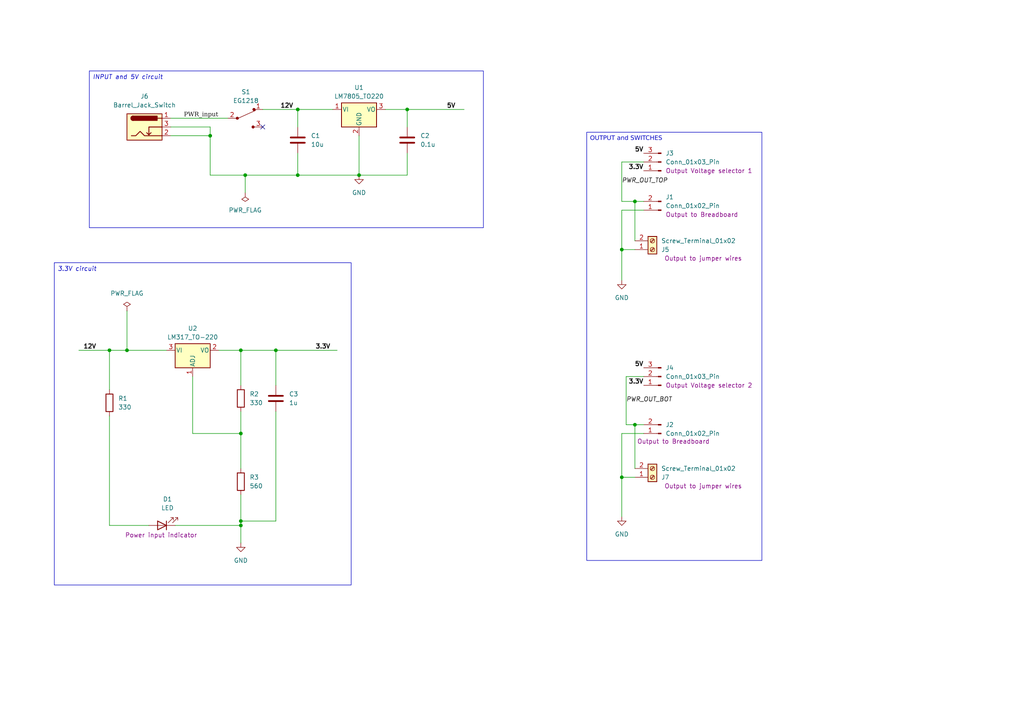
<source format=kicad_sch>
(kicad_sch (version 20231120) (generator "eeschema") (generator_version "8.0")
  (paper "A4")
  (title_block (title "KICAD PROJECT NO.2") (date "2024-06-28") (rev "1") (company "DINESH TRADERS"))
  (lib_symbols
    (symbol "Connector:Barrel_Jack_Switch" (pin_names hide)
      (property "Reference" "J" (at 0 5.334 0))
      (property "Value" "Barrel_Jack_Switch" (at 0 -5.08 0))
      (symbol "Barrel_Jack_Switch_0_1"
        (rectangle (start -5.08 3.81) (end 5.08 -3.81) (stroke (width 0.254)) (fill (type background)))
        (arc (start -3.302 3.175) (mid -3.9343 2.54) (end -3.302 1.905) (stroke (width 0.254)))
        (arc (start -3.302 3.175) (mid -3.9343 2.54) (end -3.302 1.905) (stroke (width 0.254)) (fill (type outline)))
        (polyline (pts (xy 1.27 -2.286) (xy 1.905 -1.651)) (stroke (width 0.254)))
        (polyline (pts (xy 5.08 2.54) (xy 3.81 2.54)) (stroke (width 0.254)))
        (polyline (pts (xy 5.08 0) (xy 1.27 0) (xy 1.27 -2.286) (xy 0.635 -1.651)) (stroke (width 0.254)))
        (polyline (pts (xy -3.81 -2.54) (xy -2.54 -2.54) (xy -1.27 -1.27) (xy 0 -2.54) (xy 2.54 -2.54) (xy 5.08 -2.54)) (stroke (width 0.254)))
        (rectangle (start 3.683 3.175) (end -3.302 1.905) (stroke (width 0.254)) (fill (type outline)))
      )
      (symbol "Barrel_Jack_Switch_1_1"
        (pin passive line (at 7.62 2.54 180) (length 2.54) (name "~") (number "1"))
        (pin passive line (at 7.62 -2.54 180) (length 2.54) (name "~") (number "2"))
        (pin passive line (at 7.62 0 180) (length 2.54) (name "~") (number "3"))
      )
    )
    (symbol "Connector:Conn_01x02_Pin" (pin_names (offset 1.016) hide)
      (property "Reference" "J" (at 0 2.54 0))
      (property "Value" "Conn_01x02_Pin" (at 0 -5.08 0))
      (symbol "Conn_01x02_Pin_1_1"
        (polyline (pts (xy 1.27 -2.54) (xy 0.8636 -2.54)) (stroke (width 0.1524)))
        (polyline (pts (xy 1.27 0) (xy 0.8636 0)) (stroke (width 0.1524)))
        (rectangle (start 0.8636 -2.413) (end 0 -2.667) (stroke (width 0.1524)) (fill (type outline)))
        (rectangle (start 0.8636 0.127) (end 0 -0.127) (stroke (width 0.1524)) (fill (type outline)))
        (pin passive line (at 5.08 0 180) (length 3.81) (name "Pin_1") (number "1"))
        (pin passive line (at 5.08 -2.54 180) (length 3.81) (name "Pin_2") (number "2"))
      )
    )
    (symbol "Connector:Conn_01x03_Pin" (pin_names (offset 1.016) hide)
      (property "Reference" "J" (at 0 5.08 0))
      (property "Value" "Conn_01x03_Pin" (at 0 -5.08 0))
      (symbol "Conn_01x03_Pin_1_1"
        (polyline (pts (xy 1.27 -2.54) (xy 0.8636 -2.54)) (stroke (width 0.1524)))
        (polyline (pts (xy 1.27 0) (xy 0.8636 0)) (stroke (width 0.1524)))
        (polyline (pts (xy 1.27 2.54) (xy 0.8636 2.54)) (stroke (width 0.1524)))
        (rectangle (start 0.8636 -2.413) (end 0 -2.667) (stroke (width 0.1524)) (fill (type outline)))
        (rectangle (start 0.8636 0.127) (end 0 -0.127) (stroke (width 0.1524)) (fill (type outline)))
        (rectangle (start 0.8636 2.667) (end 0 2.413) (stroke (width 0.1524)) (fill (type outline)))
        (pin passive line (at 5.08 2.54 180) (length 3.81) (name "Pin_1") (number "1"))
        (pin passive line (at 5.08 0 180) (length 3.81) (name "Pin_2") (number "2"))
        (pin passive line (at 5.08 -2.54 180) (length 3.81) (name "Pin_3") (number "3"))
      )
    )
    (symbol "Connector:Screw_Terminal_01x02" (pin_names (offset 1.016) hide)
      (property "Reference" "J" (at 0 2.54 0))
      (property "Value" "Screw_Terminal_01x02" (at 0 -5.08 0))
      (symbol "Screw_Terminal_01x02_1_1"
        (rectangle (start -1.27 1.27) (end 1.27 -3.81) (stroke (width 0.254)) (fill (type background)))
        (circle (center 0 -2.54) (radius 0.635) (stroke (width 0.1524)))
        (polyline (pts (xy -0.5334 -2.2098) (xy 0.3302 -3.048)) (stroke (width 0.1524)))
        (polyline (pts (xy -0.5334 0.3302) (xy 0.3302 -0.508)) (stroke (width 0.1524)))
        (polyline (pts (xy -0.3556 -2.032) (xy 0.508 -2.8702)) (stroke (width 0.1524)))
        (polyline (pts (xy -0.3556 0.508) (xy 0.508 -0.3302)) (stroke (width 0.1524)))
        (circle (center 0 0) (radius 0.635) (stroke (width 0.1524)))
        (pin passive line (at -5.08 0 0) (length 3.81) (name "Pin_1") (number "1"))
        (pin passive line (at -5.08 -2.54 0) (length 3.81) (name "Pin_2") (number "2"))
      )
    )
    (symbol "Device:C" (pin_numbers hide) (pin_names (offset 0.254))
      (property "Reference" "C" (at 0.635 2.54 0))
      (property "Value" "C" (at 0.635 -2.54 0))
      (symbol "C_0_1"
        (polyline (pts (xy -2.032 -0.762) (xy 2.032 -0.762)) (stroke (width 0.508)))
        (polyline (pts (xy -2.032 0.762) (xy 2.032 0.762)) (stroke (width 0.508)))
      )
      (symbol "C_1_1"
        (pin passive line (at 0 3.81 270) (length 2.794) (name "~") (number "1"))
        (pin passive line (at 0 -3.81 90) (length 2.794) (name "~") (number "2"))
      )
    )
    (symbol "Device:LED" (pin_numbers hide) (pin_names (offset 1.016) hide)
      (property "Reference" "D" (at 0 2.54 0))
      (property "Value" "LED" (at 0 -2.54 0))
      (symbol "LED_0_1"
        (polyline (pts (xy -1.27 -1.27) (xy -1.27 1.27)) (stroke (width 0.254)))
        (polyline (pts (xy -1.27 0) (xy 1.27 0)))
        (polyline (pts (xy 1.27 -1.27) (xy 1.27 1.27) (xy -1.27 0) (xy 1.27 -1.27)) (stroke (width 0.254)))
        (polyline (pts (xy -3.048 -0.762) (xy -4.572 -2.286) (xy -3.81 -2.286) (xy -4.572 -2.286) (xy -4.572 -1.524)))
        (polyline (pts (xy -1.778 -0.762) (xy -3.302 -2.286) (xy -2.54 -2.286) (xy -3.302 -2.286) (xy -3.302 -1.524)))
      )
      (symbol "LED_1_1"
        (pin passive line (at -3.81 0 0) (length 2.54) (name "K") (number "1"))
        (pin passive line (at 3.81 0 180) (length 2.54) (name "A") (number "2"))
      )
    )
    (symbol "Device:R" (pin_numbers hide) (pin_names (offset 0))
      (property "Reference" "R" (at 2.032 0 90))
      (property "Value" "R" (at 0 0 90))
      (symbol "R_0_1"
        (rectangle (start -1.016 -2.54) (end 1.016 2.54) (stroke (width 0.254)))
      )
      (symbol "R_1_1"
        (pin passive line (at 0 3.81 270) (length 1.27) (name "~") (number "1"))
        (pin passive line (at 0 -3.81 90) (length 1.27) (name "~") (number "2"))
      )
    )
    (symbol "Regulator_Linear:LM317_TO-220" (pin_names (offset 0.254))
      (property "Reference" "U" (at -3.81 3.175 0))
      (property "Value" "LM317_TO-220" (at 0 3.175 0))
      (symbol "LM317_TO-220_0_1"
        (rectangle (start -5.08 1.905) (end 5.08 -5.08) (stroke (width 0.254)) (fill (type background)))
      )
      (symbol "LM317_TO-220_1_1"
        (pin input line (at 0 -7.62 90) (length 2.54) (name "ADJ") (number "1"))
        (pin power_out line (at 7.62 0 180) (length 2.54) (name "VO") (number "2"))
        (pin power_in line (at -7.62 0 0) (length 2.54) (name "VI") (number "3"))
      )
    )
    (symbol "Regulator_Linear:LM7805_TO220" (pin_names (offset 0.254))
      (property "Reference" "U" (at -3.81 3.175 0))
      (property "Value" "LM7805_TO220" (at 0 3.175 0))
      (symbol "LM7805_TO220_0_1"
        (rectangle (start -5.08 1.905) (end 5.08 -5.08) (stroke (width 0.254)) (fill (type background)))
      )
      (symbol "LM7805_TO220_1_1"
        (pin power_in line (at -7.62 0 0) (length 2.54) (name "VI") (number "1"))
        (pin power_in line (at 0 -7.62 90) (length 2.54) (name "GND") (number "2"))
        (pin power_out line (at 7.62 0 180) (length 2.54) (name "VO") (number "3"))
      )
    )
    (symbol "dk_Slide-Switches:EG1218" (pin_names (offset 0))
      (property "Reference" "S" (at -3.81 2.286 0))
      (property "Value" "EG1218" (at 0 -5.334 0))
      (symbol "EG1218_0_1"
        (circle (center -2.286 0) (radius 0.3556) (fill (type outline)))
        (polyline (pts (xy -2.032 0) (xy 3.048 2.286)))
        (circle (center 2.286 -2.54) (radius 0.3556) (fill (type outline)))
        (circle (center 2.54 2.54) (radius 0.3556) (fill (type outline)))
      )
      (symbol "EG1218_1_1"
        (pin passive line (at 5.08 2.54 180) (length 2.54) (name "~") (number "1"))
        (pin passive line (at -5.08 0 0) (length 2.54) (name "~") (number "2"))
        (pin passive line (at 5.08 -2.54 180) (length 2.54) (name "~") (number "3"))
      )
    )
    (symbol "power:GND" (power) (pin_numbers hide) (pin_names (offset 0) hide)
      (property "Value" "GND" (at 0 -3.81 0))
      (symbol "GND_0_1"
        (polyline (pts (xy 0 0) (xy 0 -1.27) (xy 1.27 -1.27) (xy 0 -2.54) (xy -1.27 -1.27) (xy 0 -1.27)))
      )
      (symbol "GND_1_1"
        (pin power_in line (at 0 0 270) (length 0) (name "~") (number "1"))
      )
    )
    (symbol "power:PWR_FLAG" (power) (pin_numbers hide) (pin_names (offset 0) hide)
      (property "Value" "PWR_FLAG" (at 0 3.81 0))
      (symbol "PWR_FLAG_0_0"
        (pin power_out line (at 0 0 90) (length 0) (name "~") (number "1"))
      )
      (symbol "PWR_FLAG_0_1"
        (polyline (pts (xy 0 0) (xy 0 1.27) (xy -1.016 1.905) (xy 0 2.54) (xy 1.016 1.905) (xy 0 1.27)))
      )
    )
  )
  (junction (at 180.34 138.43))
  (junction (at 69.85 125.73))
  (junction (at 69.85 151.13))
  (junction (at 60.96 39.37))
  (junction (at 31.75 101.6))
  (junction (at 180.34 72.39))
  (junction (at 80.01 101.6))
  (junction (at 86.36 31.75))
  (junction (at 118.11 31.75))
  (junction (at 71.12 50.8))
  (junction (at 104.14 50.8))
  (junction (at 69.85 152.4))
  (junction (at 86.36 50.8))
  (junction (at 36.83 101.6))
  (junction (at 184.15 123.19))
  (junction (at 184.15 58.42))
  (junction (at 69.85 101.6))
  (no_connect (at 76.2 36.83))
  (wire (pts (xy 118.11 31.75) (xy 134.62 31.75)))
  (wire (pts (xy 86.36 31.75) (xy 86.36 36.83)))
  (wire (pts (xy 80.01 101.6) (xy 80.01 111.76)))
  (wire (pts (xy 180.34 125.73) (xy 180.34 138.43)))
  (wire (pts (xy 184.15 58.42) (xy 184.15 69.85)))
  (wire (pts (xy 50.8 152.4) (xy 69.85 152.4)))
  (wire (pts (xy 31.75 152.4) (xy 43.18 152.4)))
  (wire (pts (xy 118.11 44.45) (xy 118.11 50.8)))
  (wire (pts (xy 69.85 125.73) (xy 69.85 135.89)))
  (wire (pts (xy 55.88 109.22) (xy 55.88 125.73)))
  (wire (pts (xy 69.85 152.4) (xy 69.85 157.48)))
  (wire (pts (xy 86.36 31.75) (xy 96.52 31.75)))
  (wire (pts (xy 71.12 50.8) (xy 71.12 55.88)))
  (wire (pts (xy 180.34 149.86) (xy 180.34 138.43)))
  (wire (pts (xy 184.15 123.19) (xy 184.15 135.89)))
  (wire (pts (xy 180.34 138.43) (xy 184.15 138.43)))
  (wire (pts (xy 180.34 81.28) (xy 180.34 72.39)))
  (wire (pts (xy 36.83 90.17) (xy 36.83 101.6)))
  (wire (pts (xy 180.34 60.96) (xy 186.69 60.96)))
  (wire (pts (xy 80.01 151.13) (xy 69.85 151.13)))
  (wire (pts (xy 180.34 72.39) (xy 184.15 72.39)))
  (wire (pts (xy 71.12 50.8) (xy 86.36 50.8)))
  (wire (pts (xy 180.34 46.99) (xy 180.34 58.42)))
  (wire (pts (xy 186.69 109.22) (xy 181.61 109.22)))
  (wire (pts (xy 49.53 34.29) (xy 66.04 34.29)))
  (wire (pts (xy 186.69 58.42) (xy 184.15 58.42)))
  (wire (pts (xy 180.34 60.96) (xy 180.34 72.39)))
  (wire (pts (xy 104.14 39.37) (xy 104.14 50.8)))
  (wire (pts (xy 76.2 31.75) (xy 86.36 31.75)))
  (wire (pts (xy 186.69 46.99) (xy 180.34 46.99)))
  (wire (pts (xy 49.53 39.37) (xy 60.96 39.37)))
  (wire (pts (xy 49.53 36.83) (xy 60.96 36.83)))
  (wire (pts (xy 86.36 44.45) (xy 86.36 50.8)))
  (wire (pts (xy 80.01 119.38) (xy 80.01 151.13)))
  (wire (pts (xy 36.83 101.6) (xy 48.26 101.6)))
  (wire (pts (xy 118.11 50.8) (xy 104.14 50.8)))
  (wire (pts (xy 86.36 50.8) (xy 104.14 50.8)))
  (wire (pts (xy 60.96 39.37) (xy 60.96 50.8)))
  (wire (pts (xy 31.75 120.65) (xy 31.75 152.4)))
  (wire (pts (xy 60.96 36.83) (xy 60.96 39.37)))
  (wire (pts (xy 63.5 101.6) (xy 69.85 101.6)))
  (wire (pts (xy 69.85 151.13) (xy 69.85 143.51)))
  (wire (pts (xy 69.85 101.6) (xy 80.01 101.6)))
  (wire (pts (xy 181.61 123.19) (xy 184.15 123.19)))
  (wire (pts (xy 22.86 101.6) (xy 31.75 101.6)))
  (wire (pts (xy 80.01 101.6) (xy 97.79 101.6)))
  (wire (pts (xy 118.11 31.75) (xy 118.11 36.83)))
  (wire (pts (xy 55.88 125.73) (xy 69.85 125.73)))
  (wire (pts (xy 69.85 101.6) (xy 69.85 111.76)))
  (wire (pts (xy 69.85 152.4) (xy 69.85 151.13)))
  (wire (pts (xy 111.76 31.75) (xy 118.11 31.75)))
  (wire (pts (xy 31.75 101.6) (xy 31.75 113.03)))
  (wire (pts (xy 180.34 58.42) (xy 184.15 58.42)))
  (wire (pts (xy 69.85 119.38) (xy 69.85 125.73)))
  (wire (pts (xy 181.61 109.22) (xy 181.61 123.19)))
  (wire (pts (xy 186.69 125.73) (xy 180.34 125.73)))
  (wire (pts (xy 60.96 50.8) (xy 71.12 50.8)))
  (wire (pts (xy 186.69 123.19) (xy 184.15 123.19)))
  (wire (pts (xy 31.75 101.6) (xy 36.83 101.6)))
  (text_box "INPUT and 5V circuit" (at 25.908 20.574 0) (size 114.3 45.466) (effects (font (size 1.27 1.27) (italic yes)) (justify left top)))
  (text_box "3.3V circuit" (at 15.748 76.2 0) (size 86.106 93.472) (effects (font (size 1.27 1.27) (italic yes)) (justify left top)))
  (text_box "OUTPUT and SWITCHES" (at 170.18 38.354 0) (size 50.8 124.206) (effects (font (size 1.27 1.27) (italic yes)) (justify left top)))
  (label "5V" (at 186.69 44.45 180) (effects (font (thickness 0.254) (bold yes))))
  (label "12V" (at 81.28 31.75 0) (effects (font (bold yes))))
  (label "PWR_OUT_BOT" (at 181.61 116.84 0) (effects (font (italic yes))))
  (label "12V" (at 24.13 101.6 0) (effects (font (bold yes))))
  (label "PWR_OUT_TOP" (at 180.34 53.34 0) (effects (font (italic yes))))
  (label "3.3V" (at 91.44 101.6 0) (effects (font (bold yes))))
  (label "5V" (at 186.69 106.68 180) (effects (font (thickness 0.254) (bold yes))))
  (label "3.3V" (at 186.69 111.76 180) (effects (font (bold yes))))
  (label "PWR_input" (at 53.34 34.29 0) (effects (font (italic yes))))
  (label "3.3V" (at 186.69 49.53 180) (effects (font (bold yes))))
  (label "5V" (at 129.54 31.75 0) (effects (font (thickness 0.254) (bold yes))))
  (symbol (lib_id "power:GND") (at 180.34 149.86 0) (unit 1)
    (property "Reference" "#PWR04" (effects (hide yes)))
    (property "Value" "GND" (at 180.34 154.94 0))
    (property "Description" "Power symbol creates a global label with name \"GND\" , ground" (effects (hide yes)))
  )
  (symbol (lib_id "Connector:Screw_Terminal_01x02") (at 189.23 72.39 0) (mirror x) (unit 1)
    (property "Reference" "J5" (at 191.77 72.3901 0) (effects (justify left)))
    (property "Value" "Screw_Terminal_01x02" (at 191.77 69.8501 0) (effects (justify left)))
    (property "Footprint" "TerminalBlock:TerminalBlock_bornier-2_P5.08mm" (effects (hide yes)))
    (property "Description" "Generic screw terminal, single row, 01x02, script generated (kicad-library-utils/schlib/autogen/connector/)" (effects (hide yes)))
    (property "Purpose" "Output to jumper wires" (at 203.962 74.93 0))
  )
  (symbol (lib_id "power:GND") (at 69.85 157.48 0) (unit 1)
    (property "Reference" "#PWR02" (effects (hide yes)))
    (property "Value" "GND" (at 69.85 162.56 0))
    (property "Description" "Power symbol creates a global label with name \"GND\" , ground" (effects (hide yes)))
  )
  (symbol (lib_id "Connector:Conn_01x03_Pin") (at 191.77 109.22 180) (unit 1)
    (property "Reference" "J4" (at 193.04 106.6799 0) (effects (justify right)))
    (property "Value" "Conn_01x03_Pin" (at 193.04 109.2199 0) (effects (justify right)))
    (property "Footprint" "Connector_PinHeader_2.54mm:PinHeader_1x03_P2.54mm_Vertical" (effects (hide yes)))
    (property "Description" "Generic connector, single row, 01x03, script generated" (effects (hide yes)))
    (property "Purpose" "Output Voltage selector 2" (at 193.04 111.7599 0) (effects (justify right)))
  )
  (symbol (lib_id "Regulator_Linear:LM317_TO-220") (at 55.88 101.6 0) (unit 1)
    (property "Reference" "U2" (at 55.88 95.25 0))
    (property "Value" "LM317_TO-220" (at 55.88 97.79 0))
    (property "Footprint" "Package_TO_SOT_THT:TO-220-3_Vertical" (effects (hide yes)))
    (property "Datasheet" "http://www.ti.com/lit/ds/symlink/lm317.pdf" (effects (hide yes)))
    (property "Description" "1.5A 35V Adjustable Linear Regulator, TO-220" (effects (hide yes)))
  )
  (symbol (lib_id "Connector:Conn_01x03_Pin") (at 191.77 46.99 180) (unit 1)
    (property "Reference" "J3" (at 193.04 44.4499 0) (effects (justify right)))
    (property "Value" "Conn_01x03_Pin" (at 193.04 46.9899 0) (effects (justify right)))
    (property "Footprint" "Connector_PinHeader_2.54mm:PinHeader_1x03_P2.54mm_Vertical" (effects (hide yes)))
    (property "Description" "Generic connector, single row, 01x03, script generated" (effects (hide yes)))
    (property "Purpose" "Output Voltage selector 1" (at 193.04 49.5299 0) (effects (justify right)))
  )
  (symbol (lib_id "Device:R") (at 31.75 116.84 180) (unit 1)
    (property "Reference" "R1" (at 34.29 115.5699 0) (effects (justify right)))
    (property "Value" "330" (at 34.29 118.1099 0) (effects (justify right)))
    (property "Footprint" "Resistor_THT:R_Axial_DIN0204_L3.6mm_D1.6mm_P7.62mm_Horizontal" (effects (hide yes)))
    (property "Description" "Resistor" (effects (hide yes)))
  )
  (symbol (lib_id "Device:C") (at 118.11 40.64 0) (unit 1)
    (property "Reference" "C2" (at 121.92 39.3699 0) (effects (justify left)))
    (property "Value" "0.1u" (at 121.92 41.9099 0) (effects (justify left)))
    (property "Footprint" "Capacitor_THT:C_Disc_D3.0mm_W1.6mm_P2.50mm" (effects (hide yes)))
    (property "Description" "Unpolarized capacitor" (effects (hide yes)))
  )
  (symbol (lib_id "power:GND") (at 104.14 50.8 0) (unit 1)
    (property "Reference" "#PWR01" (effects (hide yes)))
    (property "Value" "GND" (at 104.14 55.88 0))
    (property "Description" "Power symbol creates a global label with name \"GND\" , ground" (effects (hide yes)))
  )
  (symbol (lib_id "Device:C") (at 86.36 40.64 0) (unit 1)
    (property "Reference" "C1" (at 90.17 39.3699 0) (effects (justify left)))
    (property "Value" "10u" (at 90.17 41.9099 0) (effects (justify left)))
    (property "Footprint" "Capacitor_THT:C_Disc_D3.0mm_W1.6mm_P2.50mm" (effects (hide yes)))
    (property "Description" "Unpolarized capacitor" (effects (hide yes)))
  )
  (symbol (lib_id "power:PWR_FLAG") (at 71.12 55.88 180) (unit 1)
    (property "Reference" "#FLG01" (effects (hide yes)))
    (property "Value" "PWR_FLAG" (at 71.12 60.96 0))
    (property "Description" "Special symbol for telling ERC where power comes from" (effects (hide yes)))
  )
  (symbol (lib_id "Regulator_Linear:LM7805_TO220") (at 104.14 31.75 0) (unit 1)
    (property "Reference" "U1" (at 104.14 25.4 0))
    (property "Value" "LM7805_TO220" (at 104.14 27.94 0))
    (property "Footprint" "Package_TO_SOT_THT:TO-220-3_Vertical" (effects (hide yes)))
    (property "Datasheet" "https://www.onsemi.cn/PowerSolutions/document/MC7800-D.PDF" (effects (hide yes)))
    (property "Description" "Positive 1A 35V Linear Regulator, Fixed Output 5V, TO-220" (effects (hide yes)))
  )
  (symbol (lib_id "Connector:Screw_Terminal_01x02") (at 189.23 138.43 0) (mirror x) (unit 1)
    (property "Reference" "J7" (at 191.77 138.4301 0) (effects (justify left)))
    (property "Value" "Screw_Terminal_01x02" (at 191.77 135.8901 0) (effects (justify left)))
    (property "Footprint" "TerminalBlock:TerminalBlock_bornier-2_P5.08mm" (effects (hide yes)))
    (property "Description" "Generic screw terminal, single row, 01x02, script generated (kicad-library-utils/schlib/autogen/connector/)" (effects (hide yes)))
    (property "Purpose" "Output to jumper wires" (at 203.962 140.97 0))
  )
  (symbol (lib_id "Connector:Barrel_Jack_Switch") (at 41.91 36.83 0) (unit 1)
    (property "Reference" "J6" (at 41.91 27.94 0))
    (property "Value" "Barrel_Jack_Switch" (at 41.91 30.48 0))
    (property "Footprint" "Connector_BarrelJack:BarrelJack_Horizontal" (effects (hide yes)))
    (property "Description" "DC Barrel Jack with an internal switch" (effects (hide yes)))
  )
  (symbol (lib_id "Device:R") (at 69.85 139.7 180) (unit 1)
    (property "Reference" "R3" (at 72.39 138.4299 0) (effects (justify right)))
    (property "Value" "560" (at 72.39 140.9699 0) (effects (justify right)))
    (property "Footprint" "Resistor_THT:R_Axial_DIN0204_L3.6mm_D1.6mm_P7.62mm_Horizontal" (effects (hide yes)))
    (property "Description" "Resistor" (effects (hide yes)))
  )
  (symbol (lib_id "Connector:Conn_01x02_Pin") (at 191.77 125.73 180) (unit 1)
    (property "Reference" "J2" (at 193.04 123.1899 0) (effects (justify right)))
    (property "Value" "Conn_01x02_Pin" (at 193.04 125.7299 0) (effects (justify right)))
    (property "Footprint" "Connector_PinHeader_2.54mm:PinHeader_1x02_P2.54mm_Vertical" (effects (hide yes)))
    (property "Description" "Generic connector, single row, 01x02, script generated" (effects (hide yes)))
    (property "Purpose" "Output to Breadboard" (at 195.326 128.016 0))
  )
  (symbol (lib_id "dk_Slide-Switches:EG1218") (at 71.12 34.29 0) (unit 1)
    (property "Reference" "S1" (at 71.3232 26.67 0))
    (property "Value" "EG1218" (at 71.3232 29.21 0))
    (property "Footprint" "digikey-footprints:Switch_Slide_11.6x4mm_EG1218" (effects (hide yes)))
    (property "Datasheet" "http://spec_sheets.e-switch.com/specs/P040040.pdf" (effects (hide yes)))
    (property "Description" "SWITCH SLIDE SPDT 200MA 30V" (effects (hide yes)))
    (property "MPN" "EG1218" (effects (hide yes)))
    (property "Category" "Switches" (effects (hide yes)))
    (property "Family" "Slide Switches" (effects (hide yes)))
    (property "DK_Datasheet_Link" "http://spec_sheets.e-switch.com/specs/P040040.pdf" (effects (hide yes)))
    (property "DK_Detail_Page" "/product-detail/en/e-switch/EG1218/EG1903-ND/101726" (effects (hide yes)))
    (property "Description_1" "SWITCH SLIDE SPDT 200MA 30V" (effects (hide yes)))
    (property "Manufacturer" "E-Switch" (effects (hide yes)))
    (property "Status" "Active" (effects (hide yes)))
  )
  (symbol (lib_id "power:PWR_FLAG") (at 36.83 90.17 0) (unit 1)
    (property "Reference" "#FLG02" (effects (hide yes)))
    (property "Value" "PWR_FLAG" (at 36.83 85.09 0))
    (property "Description" "Special symbol for telling ERC where power comes from" (effects (hide yes)))
  )
  (symbol (lib_id "Device:C") (at 80.01 115.57 0) (unit 1)
    (property "Reference" "C3" (at 83.82 114.2999 0) (effects (justify left)))
    (property "Value" "1u" (at 83.82 116.8399 0) (effects (justify left)))
    (property "Footprint" "Capacitor_THT:C_Disc_D3.0mm_W1.6mm_P2.50mm" (effects (hide yes)))
    (property "Description" "Unpolarized capacitor" (effects (hide yes)))
  )
  (symbol (lib_id "power:GND") (at 180.34 81.28 0) (unit 1)
    (property "Reference" "#PWR03" (effects (hide yes)))
    (property "Value" "GND" (at 180.34 86.36 0))
    (property "Description" "Power symbol creates a global label with name \"GND\" , ground" (effects (hide yes)))
  )
  (symbol (lib_id "Device:R") (at 69.85 115.57 180) (unit 1)
    (property "Reference" "R2" (at 72.39 114.2999 0) (effects (justify right)))
    (property "Value" "330" (at 72.39 116.8399 0) (effects (justify right)))
    (property "Footprint" "Resistor_THT:R_Axial_DIN0204_L3.6mm_D1.6mm_P7.62mm_Horizontal" (effects (hide yes)))
    (property "Description" "Resistor" (effects (hide yes)))
  )
  (symbol (lib_id "Connector:Conn_01x02_Pin") (at 191.77 60.96 180) (unit 1)
    (property "Reference" "J1" (at 193.04 57.1499 0) (effects (justify right)))
    (property "Value" "Conn_01x02_Pin" (at 193.04 59.6899 0) (effects (justify right)))
    (property "Footprint" "Connector_PinHeader_2.54mm:PinHeader_1x02_P2.54mm_Vertical" (effects (hide yes)))
    (property "Description" "Generic connector, single row, 01x02, script generated" (effects (hide yes)))
    (property "Purpose" "Output to Breadboard" (at 193.04 62.2299 0) (effects (justify right)))
  )
  (symbol (lib_id "Device:LED") (at 46.99 152.4 180) (unit 1)
    (property "Reference" "D1" (at 48.5775 144.78 0))
    (property "Value" "LED" (at 48.5775 147.32 0))
    (property "Footprint" "LED_THT:LED_D5.0mm" (effects (hide yes)))
    (property "Description" "Light emitting diode" (effects (hide yes)))
    (property "Purpose" "Power input indicator" (at 46.736 155.194 0))
  )
)
</source>
